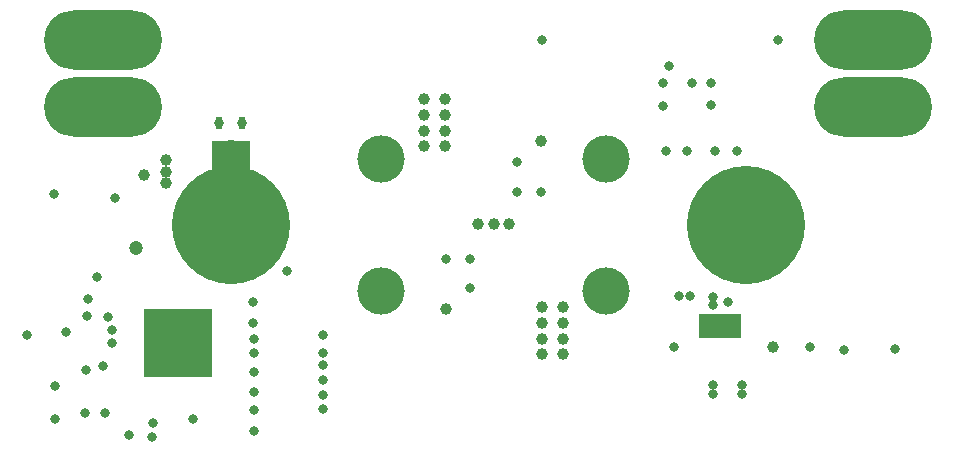
<source format=gbl>
%FSLAX25Y25*%
%MOIN*%
G70*
G01*
G75*
G04 Layer_Physical_Order=6*
G04 Layer_Color=16711680*
%ADD10R,0.04134X0.04252*%
%ADD11R,0.03543X0.02559*%
%ADD12R,0.04331X0.03937*%
%ADD13R,0.04331X0.02559*%
%ADD14R,0.04252X0.04134*%
%ADD15R,0.02362X0.08661*%
%ADD16R,0.14173X0.07874*%
%ADD17R,0.04331X0.04724*%
%ADD18R,0.03937X0.04331*%
%ADD19R,0.05118X0.02756*%
%ADD20R,0.06299X0.05906*%
%ADD21R,0.22047X0.22047*%
%ADD22O,0.03347X0.00984*%
%ADD23O,0.00984X0.03347*%
%ADD24R,0.04331X0.04331*%
%ADD25R,0.03937X0.05512*%
%ADD26R,0.08268X0.11811*%
%ADD27R,0.03150X0.05118*%
%ADD28R,0.03937X0.05906*%
%ADD29R,0.11811X0.08268*%
%ADD30R,0.05118X0.03150*%
%ADD31R,0.08661X0.06299*%
%ADD32R,0.04724X0.04331*%
%ADD33R,0.02362X0.05118*%
%ADD34C,0.01575*%
%ADD35C,0.01000*%
%ADD36C,0.00787*%
%ADD37C,0.00984*%
%ADD38C,0.02362*%
%ADD39R,0.03937X0.11909*%
%ADD40R,0.11811X0.65551*%
%ADD41R,0.11811X0.38681*%
%ADD42R,0.12008X0.30610*%
%ADD43R,0.11811X0.77953*%
%ADD44R,0.23622X0.38976*%
%ADD45R,0.08268X0.07480*%
%ADD46R,0.36614X0.19685*%
%ADD47R,0.07874X0.07480*%
%ADD48R,0.73622X0.06693*%
%ADD49R,0.10236X0.07480*%
%ADD50R,0.09843X0.07480*%
%ADD51R,0.41142X0.19685*%
%ADD52R,0.40650X0.19685*%
%ADD53R,1.22933X0.19685*%
%ADD54R,0.15748X0.59744*%
%ADD55O,0.39370X0.19685*%
%ADD56C,0.23622*%
%ADD57C,0.15748*%
%ADD58C,0.02598*%
%ADD59C,0.03150*%
%ADD60C,0.03937*%
%ADD61C,0.04724*%
%ADD62C,0.04000*%
%ADD63O,0.29528X0.05906*%
%ADD64C,0.14567*%
%ADD65C,0.10630*%
%ADD66C,0.03268*%
%ADD67C,0.03150*%
%ADD68C,0.03937*%
%ADD69C,0.03150*%
%ADD70C,0.03937*%
%ADD71R,0.02362X0.03937*%
%ADD72R,0.14173X0.07972*%
%ADD73R,0.22835X0.22835*%
%ADD74R,0.12992X0.20177*%
%ADD75C,0.39370*%
D55*
X-42520Y39370D02*
D03*
X214173Y61614D02*
D03*
X-42520Y61614D02*
D03*
X214173Y39370D02*
D03*
D57*
X124984Y21831D02*
D03*
X50181D02*
D03*
Y-22138D02*
D03*
X124984D02*
D03*
D58*
X167913Y-31299D02*
D03*
Y-36024D02*
D03*
X163189Y-31299D02*
D03*
Y-36024D02*
D03*
X158465Y-31299D02*
D03*
Y-36024D02*
D03*
X-26870Y-48917D02*
D03*
X-22146D02*
D03*
Y-44193D02*
D03*
X-26870D02*
D03*
X-17421D02*
D03*
X-12697D02*
D03*
X-17421Y-48917D02*
D03*
X-12697D02*
D03*
X-7972D02*
D03*
Y-44193D02*
D03*
X-26870Y-39469D02*
D03*
X-12697Y-30020D02*
D03*
X-7972Y-34744D02*
D03*
X-22146Y-30020D02*
D03*
X-12697Y-34744D02*
D03*
X-17421Y-30020D02*
D03*
X-26870D02*
D03*
X-7972D02*
D03*
X-22146Y-34744D02*
D03*
X-17421D02*
D03*
X-26870D02*
D03*
X-7972Y-39469D02*
D03*
X-12697D02*
D03*
X-22146D02*
D03*
X-17421D02*
D03*
D59*
X18898Y-15354D02*
D03*
X-39567Y-39272D02*
D03*
X30911Y-42819D02*
D03*
X30906Y-46752D02*
D03*
X95457Y11004D02*
D03*
X165650Y-25689D02*
D03*
X153642Y47146D02*
D03*
X7677Y-38189D02*
D03*
X-44685Y-17520D02*
D03*
X-47638Y-24606D02*
D03*
X7776Y-42717D02*
D03*
X7579Y-32677D02*
D03*
X-42618Y-47047D02*
D03*
X-48130Y-48327D02*
D03*
X-41929Y-62599D02*
D03*
X7776Y-55906D02*
D03*
X30906Y-61516D02*
D03*
X7682Y-68706D02*
D03*
X-12500Y-64862D02*
D03*
X30906Y-51673D02*
D03*
Y-36909D02*
D03*
Y-56595D02*
D03*
X-26329Y-70915D02*
D03*
X-26033Y-66191D02*
D03*
X7776Y-49213D02*
D03*
X7677Y-61712D02*
D03*
X7579Y-25787D02*
D03*
X-40748Y-30610D02*
D03*
X-58858Y10236D02*
D03*
X-38386Y8957D02*
D03*
X95457Y20846D02*
D03*
X103331Y11004D02*
D03*
X79709Y-21154D02*
D03*
Y-11311D02*
D03*
X71835D02*
D03*
X153051Y-23622D02*
D03*
X149409D02*
D03*
X147835Y-40846D02*
D03*
X160689Y-24213D02*
D03*
X160728Y-26870D02*
D03*
X170571Y-56496D02*
D03*
Y-53445D02*
D03*
X160728Y-56496D02*
D03*
Y-53445D02*
D03*
X204429Y-41634D02*
D03*
X221457Y-41338D02*
D03*
X193110Y-40650D02*
D03*
X-55020Y-35728D02*
D03*
X-58465Y-53642D02*
D03*
X-33760Y-70078D02*
D03*
X-58465Y-64666D02*
D03*
X-48622Y-62894D02*
D03*
X-47736Y-30512D02*
D03*
X-67717Y-36811D02*
D03*
X103740Y61614D02*
D03*
X160039Y47244D02*
D03*
Y39764D02*
D03*
X144193Y39665D02*
D03*
Y47146D02*
D03*
X161614Y24606D02*
D03*
X168701D02*
D03*
X152165D02*
D03*
X145079D02*
D03*
X146161Y52756D02*
D03*
X182480Y61614D02*
D03*
X-39469Y-35236D02*
D03*
X3740Y33957D02*
D03*
X-3740D02*
D03*
X3543Y22638D02*
D03*
D60*
X180807Y-40846D02*
D03*
X110728Y-37992D02*
D03*
X103740Y-43110D02*
D03*
Y-37992D02*
D03*
Y-32677D02*
D03*
X110728D02*
D03*
X110630Y-43110D02*
D03*
X92815Y98D02*
D03*
X87697D02*
D03*
X82480Y197D02*
D03*
X71457Y31398D02*
D03*
X64468D02*
D03*
X64567Y26083D02*
D03*
X71752Y-28150D02*
D03*
X103347Y27854D02*
D03*
X71457Y26083D02*
D03*
X64468Y36713D02*
D03*
X64567Y41831D02*
D03*
X71457Y36713D02*
D03*
Y41831D02*
D03*
X110630Y-27362D02*
D03*
X103740D02*
D03*
X-21555Y21457D02*
D03*
X-28839Y16535D02*
D03*
X-21555Y17717D02*
D03*
Y13878D02*
D03*
D61*
X-31496Y-7677D02*
D03*
D71*
X0Y26083D02*
D03*
X3740Y33957D02*
D03*
X-3740D02*
D03*
D72*
X163189Y-33612D02*
D03*
D73*
X-17520Y-39567D02*
D03*
D74*
X0Y18061D02*
D03*
D75*
X171653Y0D02*
D03*
X0D02*
D03*
M02*

</source>
